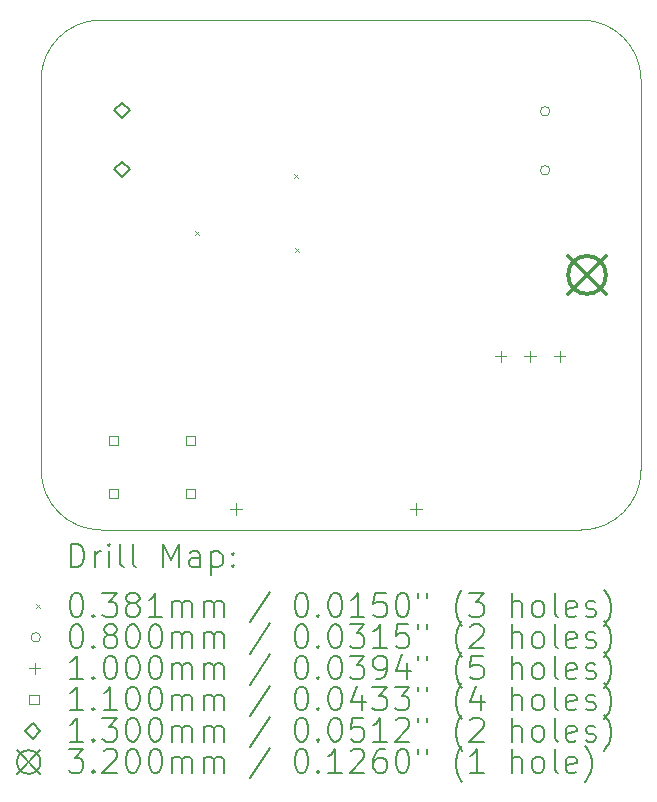
<source format=gbr>
%TF.GenerationSoftware,KiCad,Pcbnew,(6.0.7)*%
%TF.CreationDate,2022-08-07T20:57:22-04:00*%
%TF.ProjectId,2022_generic,32303232-5f67-4656-9e65-7269632e6b69,rev?*%
%TF.SameCoordinates,Original*%
%TF.FileFunction,Drillmap*%
%TF.FilePolarity,Positive*%
%FSLAX45Y45*%
G04 Gerber Fmt 4.5, Leading zero omitted, Abs format (unit mm)*
G04 Created by KiCad (PCBNEW (6.0.7)) date 2022-08-07 20:57:22*
%MOMM*%
%LPD*%
G01*
G04 APERTURE LIST*
%ADD10C,0.100000*%
%ADD11C,0.200000*%
%ADD12C,0.038100*%
%ADD13C,0.080000*%
%ADD14C,0.110000*%
%ADD15C,0.130000*%
%ADD16C,0.320000*%
G04 APERTURE END LIST*
D10*
X18034000Y-13970000D02*
G75*
G03*
X18542000Y-13462000I0J508000D01*
G01*
X18542000Y-10160000D02*
G75*
G03*
X18034000Y-9652000I-508000J0D01*
G01*
X18542000Y-10160000D02*
X18542000Y-13462000D01*
X18034000Y-13970000D02*
X13970000Y-13970000D01*
X13970000Y-9652000D02*
G75*
G03*
X13462000Y-10160000I0J-508000D01*
G01*
X13970000Y-9652000D02*
X18034000Y-9652000D01*
X13462000Y-13462000D02*
X13462000Y-10160000D01*
X13462000Y-13462000D02*
G75*
G03*
X13970000Y-13970000I508000J0D01*
G01*
D11*
D12*
X14763750Y-11436350D02*
X14801850Y-11474450D01*
X14801850Y-11436350D02*
X14763750Y-11474450D01*
X15601950Y-10953750D02*
X15640050Y-10991850D01*
X15640050Y-10953750D02*
X15601950Y-10991850D01*
X15609570Y-11581130D02*
X15647670Y-11619230D01*
X15647670Y-11581130D02*
X15609570Y-11619230D01*
D13*
X17769200Y-10424922D02*
G75*
G03*
X17769200Y-10424922I-40000J0D01*
G01*
X17769200Y-10924922D02*
G75*
G03*
X17769200Y-10924922I-40000J0D01*
G01*
D10*
X15113000Y-13742200D02*
X15113000Y-13842200D01*
X15063000Y-13792200D02*
X15163000Y-13792200D01*
X16637000Y-13742200D02*
X16637000Y-13842200D01*
X16587000Y-13792200D02*
X16687000Y-13792200D01*
X17352200Y-12451400D02*
X17352200Y-12551400D01*
X17302200Y-12501400D02*
X17402200Y-12501400D01*
X17602200Y-12451400D02*
X17602200Y-12551400D01*
X17552200Y-12501400D02*
X17652200Y-12501400D01*
X17852200Y-12451400D02*
X17852200Y-12551400D01*
X17802200Y-12501400D02*
X17902200Y-12501400D01*
D14*
X14115691Y-13250491D02*
X14115691Y-13172709D01*
X14037909Y-13172709D01*
X14037909Y-13250491D01*
X14115691Y-13250491D01*
X14115691Y-13700491D02*
X14115691Y-13622709D01*
X14037909Y-13622709D01*
X14037909Y-13700491D01*
X14115691Y-13700491D01*
X14765691Y-13250491D02*
X14765691Y-13172709D01*
X14687909Y-13172709D01*
X14687909Y-13250491D01*
X14765691Y-13250491D01*
X14765691Y-13700491D02*
X14765691Y-13622709D01*
X14687909Y-13622709D01*
X14687909Y-13700491D01*
X14765691Y-13700491D01*
D15*
X14147000Y-10483000D02*
X14212000Y-10418000D01*
X14147000Y-10353000D01*
X14082000Y-10418000D01*
X14147000Y-10483000D01*
X14147000Y-10983000D02*
X14212000Y-10918000D01*
X14147000Y-10853000D01*
X14082000Y-10918000D01*
X14147000Y-10983000D01*
D16*
X17924800Y-11651000D02*
X18244800Y-11971000D01*
X18244800Y-11651000D02*
X17924800Y-11971000D01*
X18244800Y-11811000D02*
G75*
G03*
X18244800Y-11811000I-160000J0D01*
G01*
D11*
X13714619Y-14285476D02*
X13714619Y-14085476D01*
X13762238Y-14085476D01*
X13790809Y-14095000D01*
X13809857Y-14114048D01*
X13819381Y-14133095D01*
X13828905Y-14171190D01*
X13828905Y-14199762D01*
X13819381Y-14237857D01*
X13809857Y-14256905D01*
X13790809Y-14275952D01*
X13762238Y-14285476D01*
X13714619Y-14285476D01*
X13914619Y-14285476D02*
X13914619Y-14152143D01*
X13914619Y-14190238D02*
X13924143Y-14171190D01*
X13933667Y-14161667D01*
X13952714Y-14152143D01*
X13971762Y-14152143D01*
X14038428Y-14285476D02*
X14038428Y-14152143D01*
X14038428Y-14085476D02*
X14028905Y-14095000D01*
X14038428Y-14104524D01*
X14047952Y-14095000D01*
X14038428Y-14085476D01*
X14038428Y-14104524D01*
X14162238Y-14285476D02*
X14143190Y-14275952D01*
X14133667Y-14256905D01*
X14133667Y-14085476D01*
X14267000Y-14285476D02*
X14247952Y-14275952D01*
X14238428Y-14256905D01*
X14238428Y-14085476D01*
X14495571Y-14285476D02*
X14495571Y-14085476D01*
X14562238Y-14228333D01*
X14628905Y-14085476D01*
X14628905Y-14285476D01*
X14809857Y-14285476D02*
X14809857Y-14180714D01*
X14800333Y-14161667D01*
X14781286Y-14152143D01*
X14743190Y-14152143D01*
X14724143Y-14161667D01*
X14809857Y-14275952D02*
X14790809Y-14285476D01*
X14743190Y-14285476D01*
X14724143Y-14275952D01*
X14714619Y-14256905D01*
X14714619Y-14237857D01*
X14724143Y-14218809D01*
X14743190Y-14209286D01*
X14790809Y-14209286D01*
X14809857Y-14199762D01*
X14905095Y-14152143D02*
X14905095Y-14352143D01*
X14905095Y-14161667D02*
X14924143Y-14152143D01*
X14962238Y-14152143D01*
X14981286Y-14161667D01*
X14990809Y-14171190D01*
X15000333Y-14190238D01*
X15000333Y-14247381D01*
X14990809Y-14266428D01*
X14981286Y-14275952D01*
X14962238Y-14285476D01*
X14924143Y-14285476D01*
X14905095Y-14275952D01*
X15086048Y-14266428D02*
X15095571Y-14275952D01*
X15086048Y-14285476D01*
X15076524Y-14275952D01*
X15086048Y-14266428D01*
X15086048Y-14285476D01*
X15086048Y-14161667D02*
X15095571Y-14171190D01*
X15086048Y-14180714D01*
X15076524Y-14171190D01*
X15086048Y-14161667D01*
X15086048Y-14180714D01*
D12*
X13418900Y-14595950D02*
X13457000Y-14634050D01*
X13457000Y-14595950D02*
X13418900Y-14634050D01*
D11*
X13752714Y-14505476D02*
X13771762Y-14505476D01*
X13790809Y-14515000D01*
X13800333Y-14524524D01*
X13809857Y-14543571D01*
X13819381Y-14581667D01*
X13819381Y-14629286D01*
X13809857Y-14667381D01*
X13800333Y-14686428D01*
X13790809Y-14695952D01*
X13771762Y-14705476D01*
X13752714Y-14705476D01*
X13733667Y-14695952D01*
X13724143Y-14686428D01*
X13714619Y-14667381D01*
X13705095Y-14629286D01*
X13705095Y-14581667D01*
X13714619Y-14543571D01*
X13724143Y-14524524D01*
X13733667Y-14515000D01*
X13752714Y-14505476D01*
X13905095Y-14686428D02*
X13914619Y-14695952D01*
X13905095Y-14705476D01*
X13895571Y-14695952D01*
X13905095Y-14686428D01*
X13905095Y-14705476D01*
X13981286Y-14505476D02*
X14105095Y-14505476D01*
X14038428Y-14581667D01*
X14067000Y-14581667D01*
X14086048Y-14591190D01*
X14095571Y-14600714D01*
X14105095Y-14619762D01*
X14105095Y-14667381D01*
X14095571Y-14686428D01*
X14086048Y-14695952D01*
X14067000Y-14705476D01*
X14009857Y-14705476D01*
X13990809Y-14695952D01*
X13981286Y-14686428D01*
X14219381Y-14591190D02*
X14200333Y-14581667D01*
X14190809Y-14572143D01*
X14181286Y-14553095D01*
X14181286Y-14543571D01*
X14190809Y-14524524D01*
X14200333Y-14515000D01*
X14219381Y-14505476D01*
X14257476Y-14505476D01*
X14276524Y-14515000D01*
X14286048Y-14524524D01*
X14295571Y-14543571D01*
X14295571Y-14553095D01*
X14286048Y-14572143D01*
X14276524Y-14581667D01*
X14257476Y-14591190D01*
X14219381Y-14591190D01*
X14200333Y-14600714D01*
X14190809Y-14610238D01*
X14181286Y-14629286D01*
X14181286Y-14667381D01*
X14190809Y-14686428D01*
X14200333Y-14695952D01*
X14219381Y-14705476D01*
X14257476Y-14705476D01*
X14276524Y-14695952D01*
X14286048Y-14686428D01*
X14295571Y-14667381D01*
X14295571Y-14629286D01*
X14286048Y-14610238D01*
X14276524Y-14600714D01*
X14257476Y-14591190D01*
X14486048Y-14705476D02*
X14371762Y-14705476D01*
X14428905Y-14705476D02*
X14428905Y-14505476D01*
X14409857Y-14534048D01*
X14390809Y-14553095D01*
X14371762Y-14562619D01*
X14571762Y-14705476D02*
X14571762Y-14572143D01*
X14571762Y-14591190D02*
X14581286Y-14581667D01*
X14600333Y-14572143D01*
X14628905Y-14572143D01*
X14647952Y-14581667D01*
X14657476Y-14600714D01*
X14657476Y-14705476D01*
X14657476Y-14600714D02*
X14667000Y-14581667D01*
X14686048Y-14572143D01*
X14714619Y-14572143D01*
X14733667Y-14581667D01*
X14743190Y-14600714D01*
X14743190Y-14705476D01*
X14838428Y-14705476D02*
X14838428Y-14572143D01*
X14838428Y-14591190D02*
X14847952Y-14581667D01*
X14867000Y-14572143D01*
X14895571Y-14572143D01*
X14914619Y-14581667D01*
X14924143Y-14600714D01*
X14924143Y-14705476D01*
X14924143Y-14600714D02*
X14933667Y-14581667D01*
X14952714Y-14572143D01*
X14981286Y-14572143D01*
X15000333Y-14581667D01*
X15009857Y-14600714D01*
X15009857Y-14705476D01*
X15400333Y-14495952D02*
X15228905Y-14753095D01*
X15657476Y-14505476D02*
X15676524Y-14505476D01*
X15695571Y-14515000D01*
X15705095Y-14524524D01*
X15714619Y-14543571D01*
X15724143Y-14581667D01*
X15724143Y-14629286D01*
X15714619Y-14667381D01*
X15705095Y-14686428D01*
X15695571Y-14695952D01*
X15676524Y-14705476D01*
X15657476Y-14705476D01*
X15638428Y-14695952D01*
X15628905Y-14686428D01*
X15619381Y-14667381D01*
X15609857Y-14629286D01*
X15609857Y-14581667D01*
X15619381Y-14543571D01*
X15628905Y-14524524D01*
X15638428Y-14515000D01*
X15657476Y-14505476D01*
X15809857Y-14686428D02*
X15819381Y-14695952D01*
X15809857Y-14705476D01*
X15800333Y-14695952D01*
X15809857Y-14686428D01*
X15809857Y-14705476D01*
X15943190Y-14505476D02*
X15962238Y-14505476D01*
X15981286Y-14515000D01*
X15990809Y-14524524D01*
X16000333Y-14543571D01*
X16009857Y-14581667D01*
X16009857Y-14629286D01*
X16000333Y-14667381D01*
X15990809Y-14686428D01*
X15981286Y-14695952D01*
X15962238Y-14705476D01*
X15943190Y-14705476D01*
X15924143Y-14695952D01*
X15914619Y-14686428D01*
X15905095Y-14667381D01*
X15895571Y-14629286D01*
X15895571Y-14581667D01*
X15905095Y-14543571D01*
X15914619Y-14524524D01*
X15924143Y-14515000D01*
X15943190Y-14505476D01*
X16200333Y-14705476D02*
X16086048Y-14705476D01*
X16143190Y-14705476D02*
X16143190Y-14505476D01*
X16124143Y-14534048D01*
X16105095Y-14553095D01*
X16086048Y-14562619D01*
X16381286Y-14505476D02*
X16286048Y-14505476D01*
X16276524Y-14600714D01*
X16286048Y-14591190D01*
X16305095Y-14581667D01*
X16352714Y-14581667D01*
X16371762Y-14591190D01*
X16381286Y-14600714D01*
X16390809Y-14619762D01*
X16390809Y-14667381D01*
X16381286Y-14686428D01*
X16371762Y-14695952D01*
X16352714Y-14705476D01*
X16305095Y-14705476D01*
X16286048Y-14695952D01*
X16276524Y-14686428D01*
X16514619Y-14505476D02*
X16533667Y-14505476D01*
X16552714Y-14515000D01*
X16562238Y-14524524D01*
X16571762Y-14543571D01*
X16581286Y-14581667D01*
X16581286Y-14629286D01*
X16571762Y-14667381D01*
X16562238Y-14686428D01*
X16552714Y-14695952D01*
X16533667Y-14705476D01*
X16514619Y-14705476D01*
X16495571Y-14695952D01*
X16486048Y-14686428D01*
X16476524Y-14667381D01*
X16467000Y-14629286D01*
X16467000Y-14581667D01*
X16476524Y-14543571D01*
X16486048Y-14524524D01*
X16495571Y-14515000D01*
X16514619Y-14505476D01*
X16657476Y-14505476D02*
X16657476Y-14543571D01*
X16733667Y-14505476D02*
X16733667Y-14543571D01*
X17028905Y-14781667D02*
X17019381Y-14772143D01*
X17000333Y-14743571D01*
X16990810Y-14724524D01*
X16981286Y-14695952D01*
X16971762Y-14648333D01*
X16971762Y-14610238D01*
X16981286Y-14562619D01*
X16990810Y-14534048D01*
X17000333Y-14515000D01*
X17019381Y-14486428D01*
X17028905Y-14476905D01*
X17086048Y-14505476D02*
X17209857Y-14505476D01*
X17143190Y-14581667D01*
X17171762Y-14581667D01*
X17190810Y-14591190D01*
X17200333Y-14600714D01*
X17209857Y-14619762D01*
X17209857Y-14667381D01*
X17200333Y-14686428D01*
X17190810Y-14695952D01*
X17171762Y-14705476D01*
X17114619Y-14705476D01*
X17095571Y-14695952D01*
X17086048Y-14686428D01*
X17447952Y-14705476D02*
X17447952Y-14505476D01*
X17533667Y-14705476D02*
X17533667Y-14600714D01*
X17524143Y-14581667D01*
X17505095Y-14572143D01*
X17476524Y-14572143D01*
X17457476Y-14581667D01*
X17447952Y-14591190D01*
X17657476Y-14705476D02*
X17638429Y-14695952D01*
X17628905Y-14686428D01*
X17619381Y-14667381D01*
X17619381Y-14610238D01*
X17628905Y-14591190D01*
X17638429Y-14581667D01*
X17657476Y-14572143D01*
X17686048Y-14572143D01*
X17705095Y-14581667D01*
X17714619Y-14591190D01*
X17724143Y-14610238D01*
X17724143Y-14667381D01*
X17714619Y-14686428D01*
X17705095Y-14695952D01*
X17686048Y-14705476D01*
X17657476Y-14705476D01*
X17838429Y-14705476D02*
X17819381Y-14695952D01*
X17809857Y-14676905D01*
X17809857Y-14505476D01*
X17990810Y-14695952D02*
X17971762Y-14705476D01*
X17933667Y-14705476D01*
X17914619Y-14695952D01*
X17905095Y-14676905D01*
X17905095Y-14600714D01*
X17914619Y-14581667D01*
X17933667Y-14572143D01*
X17971762Y-14572143D01*
X17990810Y-14581667D01*
X18000333Y-14600714D01*
X18000333Y-14619762D01*
X17905095Y-14638809D01*
X18076524Y-14695952D02*
X18095571Y-14705476D01*
X18133667Y-14705476D01*
X18152714Y-14695952D01*
X18162238Y-14676905D01*
X18162238Y-14667381D01*
X18152714Y-14648333D01*
X18133667Y-14638809D01*
X18105095Y-14638809D01*
X18086048Y-14629286D01*
X18076524Y-14610238D01*
X18076524Y-14600714D01*
X18086048Y-14581667D01*
X18105095Y-14572143D01*
X18133667Y-14572143D01*
X18152714Y-14581667D01*
X18228905Y-14781667D02*
X18238429Y-14772143D01*
X18257476Y-14743571D01*
X18267000Y-14724524D01*
X18276524Y-14695952D01*
X18286048Y-14648333D01*
X18286048Y-14610238D01*
X18276524Y-14562619D01*
X18267000Y-14534048D01*
X18257476Y-14515000D01*
X18238429Y-14486428D01*
X18228905Y-14476905D01*
D13*
X13457000Y-14879000D02*
G75*
G03*
X13457000Y-14879000I-40000J0D01*
G01*
D11*
X13752714Y-14769476D02*
X13771762Y-14769476D01*
X13790809Y-14779000D01*
X13800333Y-14788524D01*
X13809857Y-14807571D01*
X13819381Y-14845667D01*
X13819381Y-14893286D01*
X13809857Y-14931381D01*
X13800333Y-14950428D01*
X13790809Y-14959952D01*
X13771762Y-14969476D01*
X13752714Y-14969476D01*
X13733667Y-14959952D01*
X13724143Y-14950428D01*
X13714619Y-14931381D01*
X13705095Y-14893286D01*
X13705095Y-14845667D01*
X13714619Y-14807571D01*
X13724143Y-14788524D01*
X13733667Y-14779000D01*
X13752714Y-14769476D01*
X13905095Y-14950428D02*
X13914619Y-14959952D01*
X13905095Y-14969476D01*
X13895571Y-14959952D01*
X13905095Y-14950428D01*
X13905095Y-14969476D01*
X14028905Y-14855190D02*
X14009857Y-14845667D01*
X14000333Y-14836143D01*
X13990809Y-14817095D01*
X13990809Y-14807571D01*
X14000333Y-14788524D01*
X14009857Y-14779000D01*
X14028905Y-14769476D01*
X14067000Y-14769476D01*
X14086048Y-14779000D01*
X14095571Y-14788524D01*
X14105095Y-14807571D01*
X14105095Y-14817095D01*
X14095571Y-14836143D01*
X14086048Y-14845667D01*
X14067000Y-14855190D01*
X14028905Y-14855190D01*
X14009857Y-14864714D01*
X14000333Y-14874238D01*
X13990809Y-14893286D01*
X13990809Y-14931381D01*
X14000333Y-14950428D01*
X14009857Y-14959952D01*
X14028905Y-14969476D01*
X14067000Y-14969476D01*
X14086048Y-14959952D01*
X14095571Y-14950428D01*
X14105095Y-14931381D01*
X14105095Y-14893286D01*
X14095571Y-14874238D01*
X14086048Y-14864714D01*
X14067000Y-14855190D01*
X14228905Y-14769476D02*
X14247952Y-14769476D01*
X14267000Y-14779000D01*
X14276524Y-14788524D01*
X14286048Y-14807571D01*
X14295571Y-14845667D01*
X14295571Y-14893286D01*
X14286048Y-14931381D01*
X14276524Y-14950428D01*
X14267000Y-14959952D01*
X14247952Y-14969476D01*
X14228905Y-14969476D01*
X14209857Y-14959952D01*
X14200333Y-14950428D01*
X14190809Y-14931381D01*
X14181286Y-14893286D01*
X14181286Y-14845667D01*
X14190809Y-14807571D01*
X14200333Y-14788524D01*
X14209857Y-14779000D01*
X14228905Y-14769476D01*
X14419381Y-14769476D02*
X14438428Y-14769476D01*
X14457476Y-14779000D01*
X14467000Y-14788524D01*
X14476524Y-14807571D01*
X14486048Y-14845667D01*
X14486048Y-14893286D01*
X14476524Y-14931381D01*
X14467000Y-14950428D01*
X14457476Y-14959952D01*
X14438428Y-14969476D01*
X14419381Y-14969476D01*
X14400333Y-14959952D01*
X14390809Y-14950428D01*
X14381286Y-14931381D01*
X14371762Y-14893286D01*
X14371762Y-14845667D01*
X14381286Y-14807571D01*
X14390809Y-14788524D01*
X14400333Y-14779000D01*
X14419381Y-14769476D01*
X14571762Y-14969476D02*
X14571762Y-14836143D01*
X14571762Y-14855190D02*
X14581286Y-14845667D01*
X14600333Y-14836143D01*
X14628905Y-14836143D01*
X14647952Y-14845667D01*
X14657476Y-14864714D01*
X14657476Y-14969476D01*
X14657476Y-14864714D02*
X14667000Y-14845667D01*
X14686048Y-14836143D01*
X14714619Y-14836143D01*
X14733667Y-14845667D01*
X14743190Y-14864714D01*
X14743190Y-14969476D01*
X14838428Y-14969476D02*
X14838428Y-14836143D01*
X14838428Y-14855190D02*
X14847952Y-14845667D01*
X14867000Y-14836143D01*
X14895571Y-14836143D01*
X14914619Y-14845667D01*
X14924143Y-14864714D01*
X14924143Y-14969476D01*
X14924143Y-14864714D02*
X14933667Y-14845667D01*
X14952714Y-14836143D01*
X14981286Y-14836143D01*
X15000333Y-14845667D01*
X15009857Y-14864714D01*
X15009857Y-14969476D01*
X15400333Y-14759952D02*
X15228905Y-15017095D01*
X15657476Y-14769476D02*
X15676524Y-14769476D01*
X15695571Y-14779000D01*
X15705095Y-14788524D01*
X15714619Y-14807571D01*
X15724143Y-14845667D01*
X15724143Y-14893286D01*
X15714619Y-14931381D01*
X15705095Y-14950428D01*
X15695571Y-14959952D01*
X15676524Y-14969476D01*
X15657476Y-14969476D01*
X15638428Y-14959952D01*
X15628905Y-14950428D01*
X15619381Y-14931381D01*
X15609857Y-14893286D01*
X15609857Y-14845667D01*
X15619381Y-14807571D01*
X15628905Y-14788524D01*
X15638428Y-14779000D01*
X15657476Y-14769476D01*
X15809857Y-14950428D02*
X15819381Y-14959952D01*
X15809857Y-14969476D01*
X15800333Y-14959952D01*
X15809857Y-14950428D01*
X15809857Y-14969476D01*
X15943190Y-14769476D02*
X15962238Y-14769476D01*
X15981286Y-14779000D01*
X15990809Y-14788524D01*
X16000333Y-14807571D01*
X16009857Y-14845667D01*
X16009857Y-14893286D01*
X16000333Y-14931381D01*
X15990809Y-14950428D01*
X15981286Y-14959952D01*
X15962238Y-14969476D01*
X15943190Y-14969476D01*
X15924143Y-14959952D01*
X15914619Y-14950428D01*
X15905095Y-14931381D01*
X15895571Y-14893286D01*
X15895571Y-14845667D01*
X15905095Y-14807571D01*
X15914619Y-14788524D01*
X15924143Y-14779000D01*
X15943190Y-14769476D01*
X16076524Y-14769476D02*
X16200333Y-14769476D01*
X16133667Y-14845667D01*
X16162238Y-14845667D01*
X16181286Y-14855190D01*
X16190809Y-14864714D01*
X16200333Y-14883762D01*
X16200333Y-14931381D01*
X16190809Y-14950428D01*
X16181286Y-14959952D01*
X16162238Y-14969476D01*
X16105095Y-14969476D01*
X16086048Y-14959952D01*
X16076524Y-14950428D01*
X16390809Y-14969476D02*
X16276524Y-14969476D01*
X16333667Y-14969476D02*
X16333667Y-14769476D01*
X16314619Y-14798048D01*
X16295571Y-14817095D01*
X16276524Y-14826619D01*
X16571762Y-14769476D02*
X16476524Y-14769476D01*
X16467000Y-14864714D01*
X16476524Y-14855190D01*
X16495571Y-14845667D01*
X16543190Y-14845667D01*
X16562238Y-14855190D01*
X16571762Y-14864714D01*
X16581286Y-14883762D01*
X16581286Y-14931381D01*
X16571762Y-14950428D01*
X16562238Y-14959952D01*
X16543190Y-14969476D01*
X16495571Y-14969476D01*
X16476524Y-14959952D01*
X16467000Y-14950428D01*
X16657476Y-14769476D02*
X16657476Y-14807571D01*
X16733667Y-14769476D02*
X16733667Y-14807571D01*
X17028905Y-15045667D02*
X17019381Y-15036143D01*
X17000333Y-15007571D01*
X16990810Y-14988524D01*
X16981286Y-14959952D01*
X16971762Y-14912333D01*
X16971762Y-14874238D01*
X16981286Y-14826619D01*
X16990810Y-14798048D01*
X17000333Y-14779000D01*
X17019381Y-14750428D01*
X17028905Y-14740905D01*
X17095571Y-14788524D02*
X17105095Y-14779000D01*
X17124143Y-14769476D01*
X17171762Y-14769476D01*
X17190810Y-14779000D01*
X17200333Y-14788524D01*
X17209857Y-14807571D01*
X17209857Y-14826619D01*
X17200333Y-14855190D01*
X17086048Y-14969476D01*
X17209857Y-14969476D01*
X17447952Y-14969476D02*
X17447952Y-14769476D01*
X17533667Y-14969476D02*
X17533667Y-14864714D01*
X17524143Y-14845667D01*
X17505095Y-14836143D01*
X17476524Y-14836143D01*
X17457476Y-14845667D01*
X17447952Y-14855190D01*
X17657476Y-14969476D02*
X17638429Y-14959952D01*
X17628905Y-14950428D01*
X17619381Y-14931381D01*
X17619381Y-14874238D01*
X17628905Y-14855190D01*
X17638429Y-14845667D01*
X17657476Y-14836143D01*
X17686048Y-14836143D01*
X17705095Y-14845667D01*
X17714619Y-14855190D01*
X17724143Y-14874238D01*
X17724143Y-14931381D01*
X17714619Y-14950428D01*
X17705095Y-14959952D01*
X17686048Y-14969476D01*
X17657476Y-14969476D01*
X17838429Y-14969476D02*
X17819381Y-14959952D01*
X17809857Y-14940905D01*
X17809857Y-14769476D01*
X17990810Y-14959952D02*
X17971762Y-14969476D01*
X17933667Y-14969476D01*
X17914619Y-14959952D01*
X17905095Y-14940905D01*
X17905095Y-14864714D01*
X17914619Y-14845667D01*
X17933667Y-14836143D01*
X17971762Y-14836143D01*
X17990810Y-14845667D01*
X18000333Y-14864714D01*
X18000333Y-14883762D01*
X17905095Y-14902809D01*
X18076524Y-14959952D02*
X18095571Y-14969476D01*
X18133667Y-14969476D01*
X18152714Y-14959952D01*
X18162238Y-14940905D01*
X18162238Y-14931381D01*
X18152714Y-14912333D01*
X18133667Y-14902809D01*
X18105095Y-14902809D01*
X18086048Y-14893286D01*
X18076524Y-14874238D01*
X18076524Y-14864714D01*
X18086048Y-14845667D01*
X18105095Y-14836143D01*
X18133667Y-14836143D01*
X18152714Y-14845667D01*
X18228905Y-15045667D02*
X18238429Y-15036143D01*
X18257476Y-15007571D01*
X18267000Y-14988524D01*
X18276524Y-14959952D01*
X18286048Y-14912333D01*
X18286048Y-14874238D01*
X18276524Y-14826619D01*
X18267000Y-14798048D01*
X18257476Y-14779000D01*
X18238429Y-14750428D01*
X18228905Y-14740905D01*
D10*
X13407000Y-15093000D02*
X13407000Y-15193000D01*
X13357000Y-15143000D02*
X13457000Y-15143000D01*
D11*
X13819381Y-15233476D02*
X13705095Y-15233476D01*
X13762238Y-15233476D02*
X13762238Y-15033476D01*
X13743190Y-15062048D01*
X13724143Y-15081095D01*
X13705095Y-15090619D01*
X13905095Y-15214428D02*
X13914619Y-15223952D01*
X13905095Y-15233476D01*
X13895571Y-15223952D01*
X13905095Y-15214428D01*
X13905095Y-15233476D01*
X14038428Y-15033476D02*
X14057476Y-15033476D01*
X14076524Y-15043000D01*
X14086048Y-15052524D01*
X14095571Y-15071571D01*
X14105095Y-15109667D01*
X14105095Y-15157286D01*
X14095571Y-15195381D01*
X14086048Y-15214428D01*
X14076524Y-15223952D01*
X14057476Y-15233476D01*
X14038428Y-15233476D01*
X14019381Y-15223952D01*
X14009857Y-15214428D01*
X14000333Y-15195381D01*
X13990809Y-15157286D01*
X13990809Y-15109667D01*
X14000333Y-15071571D01*
X14009857Y-15052524D01*
X14019381Y-15043000D01*
X14038428Y-15033476D01*
X14228905Y-15033476D02*
X14247952Y-15033476D01*
X14267000Y-15043000D01*
X14276524Y-15052524D01*
X14286048Y-15071571D01*
X14295571Y-15109667D01*
X14295571Y-15157286D01*
X14286048Y-15195381D01*
X14276524Y-15214428D01*
X14267000Y-15223952D01*
X14247952Y-15233476D01*
X14228905Y-15233476D01*
X14209857Y-15223952D01*
X14200333Y-15214428D01*
X14190809Y-15195381D01*
X14181286Y-15157286D01*
X14181286Y-15109667D01*
X14190809Y-15071571D01*
X14200333Y-15052524D01*
X14209857Y-15043000D01*
X14228905Y-15033476D01*
X14419381Y-15033476D02*
X14438428Y-15033476D01*
X14457476Y-15043000D01*
X14467000Y-15052524D01*
X14476524Y-15071571D01*
X14486048Y-15109667D01*
X14486048Y-15157286D01*
X14476524Y-15195381D01*
X14467000Y-15214428D01*
X14457476Y-15223952D01*
X14438428Y-15233476D01*
X14419381Y-15233476D01*
X14400333Y-15223952D01*
X14390809Y-15214428D01*
X14381286Y-15195381D01*
X14371762Y-15157286D01*
X14371762Y-15109667D01*
X14381286Y-15071571D01*
X14390809Y-15052524D01*
X14400333Y-15043000D01*
X14419381Y-15033476D01*
X14571762Y-15233476D02*
X14571762Y-15100143D01*
X14571762Y-15119190D02*
X14581286Y-15109667D01*
X14600333Y-15100143D01*
X14628905Y-15100143D01*
X14647952Y-15109667D01*
X14657476Y-15128714D01*
X14657476Y-15233476D01*
X14657476Y-15128714D02*
X14667000Y-15109667D01*
X14686048Y-15100143D01*
X14714619Y-15100143D01*
X14733667Y-15109667D01*
X14743190Y-15128714D01*
X14743190Y-15233476D01*
X14838428Y-15233476D02*
X14838428Y-15100143D01*
X14838428Y-15119190D02*
X14847952Y-15109667D01*
X14867000Y-15100143D01*
X14895571Y-15100143D01*
X14914619Y-15109667D01*
X14924143Y-15128714D01*
X14924143Y-15233476D01*
X14924143Y-15128714D02*
X14933667Y-15109667D01*
X14952714Y-15100143D01*
X14981286Y-15100143D01*
X15000333Y-15109667D01*
X15009857Y-15128714D01*
X15009857Y-15233476D01*
X15400333Y-15023952D02*
X15228905Y-15281095D01*
X15657476Y-15033476D02*
X15676524Y-15033476D01*
X15695571Y-15043000D01*
X15705095Y-15052524D01*
X15714619Y-15071571D01*
X15724143Y-15109667D01*
X15724143Y-15157286D01*
X15714619Y-15195381D01*
X15705095Y-15214428D01*
X15695571Y-15223952D01*
X15676524Y-15233476D01*
X15657476Y-15233476D01*
X15638428Y-15223952D01*
X15628905Y-15214428D01*
X15619381Y-15195381D01*
X15609857Y-15157286D01*
X15609857Y-15109667D01*
X15619381Y-15071571D01*
X15628905Y-15052524D01*
X15638428Y-15043000D01*
X15657476Y-15033476D01*
X15809857Y-15214428D02*
X15819381Y-15223952D01*
X15809857Y-15233476D01*
X15800333Y-15223952D01*
X15809857Y-15214428D01*
X15809857Y-15233476D01*
X15943190Y-15033476D02*
X15962238Y-15033476D01*
X15981286Y-15043000D01*
X15990809Y-15052524D01*
X16000333Y-15071571D01*
X16009857Y-15109667D01*
X16009857Y-15157286D01*
X16000333Y-15195381D01*
X15990809Y-15214428D01*
X15981286Y-15223952D01*
X15962238Y-15233476D01*
X15943190Y-15233476D01*
X15924143Y-15223952D01*
X15914619Y-15214428D01*
X15905095Y-15195381D01*
X15895571Y-15157286D01*
X15895571Y-15109667D01*
X15905095Y-15071571D01*
X15914619Y-15052524D01*
X15924143Y-15043000D01*
X15943190Y-15033476D01*
X16076524Y-15033476D02*
X16200333Y-15033476D01*
X16133667Y-15109667D01*
X16162238Y-15109667D01*
X16181286Y-15119190D01*
X16190809Y-15128714D01*
X16200333Y-15147762D01*
X16200333Y-15195381D01*
X16190809Y-15214428D01*
X16181286Y-15223952D01*
X16162238Y-15233476D01*
X16105095Y-15233476D01*
X16086048Y-15223952D01*
X16076524Y-15214428D01*
X16295571Y-15233476D02*
X16333667Y-15233476D01*
X16352714Y-15223952D01*
X16362238Y-15214428D01*
X16381286Y-15185857D01*
X16390809Y-15147762D01*
X16390809Y-15071571D01*
X16381286Y-15052524D01*
X16371762Y-15043000D01*
X16352714Y-15033476D01*
X16314619Y-15033476D01*
X16295571Y-15043000D01*
X16286048Y-15052524D01*
X16276524Y-15071571D01*
X16276524Y-15119190D01*
X16286048Y-15138238D01*
X16295571Y-15147762D01*
X16314619Y-15157286D01*
X16352714Y-15157286D01*
X16371762Y-15147762D01*
X16381286Y-15138238D01*
X16390809Y-15119190D01*
X16562238Y-15100143D02*
X16562238Y-15233476D01*
X16514619Y-15023952D02*
X16467000Y-15166809D01*
X16590809Y-15166809D01*
X16657476Y-15033476D02*
X16657476Y-15071571D01*
X16733667Y-15033476D02*
X16733667Y-15071571D01*
X17028905Y-15309667D02*
X17019381Y-15300143D01*
X17000333Y-15271571D01*
X16990810Y-15252524D01*
X16981286Y-15223952D01*
X16971762Y-15176333D01*
X16971762Y-15138238D01*
X16981286Y-15090619D01*
X16990810Y-15062048D01*
X17000333Y-15043000D01*
X17019381Y-15014428D01*
X17028905Y-15004905D01*
X17200333Y-15033476D02*
X17105095Y-15033476D01*
X17095571Y-15128714D01*
X17105095Y-15119190D01*
X17124143Y-15109667D01*
X17171762Y-15109667D01*
X17190810Y-15119190D01*
X17200333Y-15128714D01*
X17209857Y-15147762D01*
X17209857Y-15195381D01*
X17200333Y-15214428D01*
X17190810Y-15223952D01*
X17171762Y-15233476D01*
X17124143Y-15233476D01*
X17105095Y-15223952D01*
X17095571Y-15214428D01*
X17447952Y-15233476D02*
X17447952Y-15033476D01*
X17533667Y-15233476D02*
X17533667Y-15128714D01*
X17524143Y-15109667D01*
X17505095Y-15100143D01*
X17476524Y-15100143D01*
X17457476Y-15109667D01*
X17447952Y-15119190D01*
X17657476Y-15233476D02*
X17638429Y-15223952D01*
X17628905Y-15214428D01*
X17619381Y-15195381D01*
X17619381Y-15138238D01*
X17628905Y-15119190D01*
X17638429Y-15109667D01*
X17657476Y-15100143D01*
X17686048Y-15100143D01*
X17705095Y-15109667D01*
X17714619Y-15119190D01*
X17724143Y-15138238D01*
X17724143Y-15195381D01*
X17714619Y-15214428D01*
X17705095Y-15223952D01*
X17686048Y-15233476D01*
X17657476Y-15233476D01*
X17838429Y-15233476D02*
X17819381Y-15223952D01*
X17809857Y-15204905D01*
X17809857Y-15033476D01*
X17990810Y-15223952D02*
X17971762Y-15233476D01*
X17933667Y-15233476D01*
X17914619Y-15223952D01*
X17905095Y-15204905D01*
X17905095Y-15128714D01*
X17914619Y-15109667D01*
X17933667Y-15100143D01*
X17971762Y-15100143D01*
X17990810Y-15109667D01*
X18000333Y-15128714D01*
X18000333Y-15147762D01*
X17905095Y-15166809D01*
X18076524Y-15223952D02*
X18095571Y-15233476D01*
X18133667Y-15233476D01*
X18152714Y-15223952D01*
X18162238Y-15204905D01*
X18162238Y-15195381D01*
X18152714Y-15176333D01*
X18133667Y-15166809D01*
X18105095Y-15166809D01*
X18086048Y-15157286D01*
X18076524Y-15138238D01*
X18076524Y-15128714D01*
X18086048Y-15109667D01*
X18105095Y-15100143D01*
X18133667Y-15100143D01*
X18152714Y-15109667D01*
X18228905Y-15309667D02*
X18238429Y-15300143D01*
X18257476Y-15271571D01*
X18267000Y-15252524D01*
X18276524Y-15223952D01*
X18286048Y-15176333D01*
X18286048Y-15138238D01*
X18276524Y-15090619D01*
X18267000Y-15062048D01*
X18257476Y-15043000D01*
X18238429Y-15014428D01*
X18228905Y-15004905D01*
D14*
X13440891Y-15445891D02*
X13440891Y-15368109D01*
X13363109Y-15368109D01*
X13363109Y-15445891D01*
X13440891Y-15445891D01*
D11*
X13819381Y-15497476D02*
X13705095Y-15497476D01*
X13762238Y-15497476D02*
X13762238Y-15297476D01*
X13743190Y-15326048D01*
X13724143Y-15345095D01*
X13705095Y-15354619D01*
X13905095Y-15478428D02*
X13914619Y-15487952D01*
X13905095Y-15497476D01*
X13895571Y-15487952D01*
X13905095Y-15478428D01*
X13905095Y-15497476D01*
X14105095Y-15497476D02*
X13990809Y-15497476D01*
X14047952Y-15497476D02*
X14047952Y-15297476D01*
X14028905Y-15326048D01*
X14009857Y-15345095D01*
X13990809Y-15354619D01*
X14228905Y-15297476D02*
X14247952Y-15297476D01*
X14267000Y-15307000D01*
X14276524Y-15316524D01*
X14286048Y-15335571D01*
X14295571Y-15373667D01*
X14295571Y-15421286D01*
X14286048Y-15459381D01*
X14276524Y-15478428D01*
X14267000Y-15487952D01*
X14247952Y-15497476D01*
X14228905Y-15497476D01*
X14209857Y-15487952D01*
X14200333Y-15478428D01*
X14190809Y-15459381D01*
X14181286Y-15421286D01*
X14181286Y-15373667D01*
X14190809Y-15335571D01*
X14200333Y-15316524D01*
X14209857Y-15307000D01*
X14228905Y-15297476D01*
X14419381Y-15297476D02*
X14438428Y-15297476D01*
X14457476Y-15307000D01*
X14467000Y-15316524D01*
X14476524Y-15335571D01*
X14486048Y-15373667D01*
X14486048Y-15421286D01*
X14476524Y-15459381D01*
X14467000Y-15478428D01*
X14457476Y-15487952D01*
X14438428Y-15497476D01*
X14419381Y-15497476D01*
X14400333Y-15487952D01*
X14390809Y-15478428D01*
X14381286Y-15459381D01*
X14371762Y-15421286D01*
X14371762Y-15373667D01*
X14381286Y-15335571D01*
X14390809Y-15316524D01*
X14400333Y-15307000D01*
X14419381Y-15297476D01*
X14571762Y-15497476D02*
X14571762Y-15364143D01*
X14571762Y-15383190D02*
X14581286Y-15373667D01*
X14600333Y-15364143D01*
X14628905Y-15364143D01*
X14647952Y-15373667D01*
X14657476Y-15392714D01*
X14657476Y-15497476D01*
X14657476Y-15392714D02*
X14667000Y-15373667D01*
X14686048Y-15364143D01*
X14714619Y-15364143D01*
X14733667Y-15373667D01*
X14743190Y-15392714D01*
X14743190Y-15497476D01*
X14838428Y-15497476D02*
X14838428Y-15364143D01*
X14838428Y-15383190D02*
X14847952Y-15373667D01*
X14867000Y-15364143D01*
X14895571Y-15364143D01*
X14914619Y-15373667D01*
X14924143Y-15392714D01*
X14924143Y-15497476D01*
X14924143Y-15392714D02*
X14933667Y-15373667D01*
X14952714Y-15364143D01*
X14981286Y-15364143D01*
X15000333Y-15373667D01*
X15009857Y-15392714D01*
X15009857Y-15497476D01*
X15400333Y-15287952D02*
X15228905Y-15545095D01*
X15657476Y-15297476D02*
X15676524Y-15297476D01*
X15695571Y-15307000D01*
X15705095Y-15316524D01*
X15714619Y-15335571D01*
X15724143Y-15373667D01*
X15724143Y-15421286D01*
X15714619Y-15459381D01*
X15705095Y-15478428D01*
X15695571Y-15487952D01*
X15676524Y-15497476D01*
X15657476Y-15497476D01*
X15638428Y-15487952D01*
X15628905Y-15478428D01*
X15619381Y-15459381D01*
X15609857Y-15421286D01*
X15609857Y-15373667D01*
X15619381Y-15335571D01*
X15628905Y-15316524D01*
X15638428Y-15307000D01*
X15657476Y-15297476D01*
X15809857Y-15478428D02*
X15819381Y-15487952D01*
X15809857Y-15497476D01*
X15800333Y-15487952D01*
X15809857Y-15478428D01*
X15809857Y-15497476D01*
X15943190Y-15297476D02*
X15962238Y-15297476D01*
X15981286Y-15307000D01*
X15990809Y-15316524D01*
X16000333Y-15335571D01*
X16009857Y-15373667D01*
X16009857Y-15421286D01*
X16000333Y-15459381D01*
X15990809Y-15478428D01*
X15981286Y-15487952D01*
X15962238Y-15497476D01*
X15943190Y-15497476D01*
X15924143Y-15487952D01*
X15914619Y-15478428D01*
X15905095Y-15459381D01*
X15895571Y-15421286D01*
X15895571Y-15373667D01*
X15905095Y-15335571D01*
X15914619Y-15316524D01*
X15924143Y-15307000D01*
X15943190Y-15297476D01*
X16181286Y-15364143D02*
X16181286Y-15497476D01*
X16133667Y-15287952D02*
X16086048Y-15430809D01*
X16209857Y-15430809D01*
X16267000Y-15297476D02*
X16390809Y-15297476D01*
X16324143Y-15373667D01*
X16352714Y-15373667D01*
X16371762Y-15383190D01*
X16381286Y-15392714D01*
X16390809Y-15411762D01*
X16390809Y-15459381D01*
X16381286Y-15478428D01*
X16371762Y-15487952D01*
X16352714Y-15497476D01*
X16295571Y-15497476D01*
X16276524Y-15487952D01*
X16267000Y-15478428D01*
X16457476Y-15297476D02*
X16581286Y-15297476D01*
X16514619Y-15373667D01*
X16543190Y-15373667D01*
X16562238Y-15383190D01*
X16571762Y-15392714D01*
X16581286Y-15411762D01*
X16581286Y-15459381D01*
X16571762Y-15478428D01*
X16562238Y-15487952D01*
X16543190Y-15497476D01*
X16486048Y-15497476D01*
X16467000Y-15487952D01*
X16457476Y-15478428D01*
X16657476Y-15297476D02*
X16657476Y-15335571D01*
X16733667Y-15297476D02*
X16733667Y-15335571D01*
X17028905Y-15573667D02*
X17019381Y-15564143D01*
X17000333Y-15535571D01*
X16990810Y-15516524D01*
X16981286Y-15487952D01*
X16971762Y-15440333D01*
X16971762Y-15402238D01*
X16981286Y-15354619D01*
X16990810Y-15326048D01*
X17000333Y-15307000D01*
X17019381Y-15278428D01*
X17028905Y-15268905D01*
X17190810Y-15364143D02*
X17190810Y-15497476D01*
X17143190Y-15287952D02*
X17095571Y-15430809D01*
X17219381Y-15430809D01*
X17447952Y-15497476D02*
X17447952Y-15297476D01*
X17533667Y-15497476D02*
X17533667Y-15392714D01*
X17524143Y-15373667D01*
X17505095Y-15364143D01*
X17476524Y-15364143D01*
X17457476Y-15373667D01*
X17447952Y-15383190D01*
X17657476Y-15497476D02*
X17638429Y-15487952D01*
X17628905Y-15478428D01*
X17619381Y-15459381D01*
X17619381Y-15402238D01*
X17628905Y-15383190D01*
X17638429Y-15373667D01*
X17657476Y-15364143D01*
X17686048Y-15364143D01*
X17705095Y-15373667D01*
X17714619Y-15383190D01*
X17724143Y-15402238D01*
X17724143Y-15459381D01*
X17714619Y-15478428D01*
X17705095Y-15487952D01*
X17686048Y-15497476D01*
X17657476Y-15497476D01*
X17838429Y-15497476D02*
X17819381Y-15487952D01*
X17809857Y-15468905D01*
X17809857Y-15297476D01*
X17990810Y-15487952D02*
X17971762Y-15497476D01*
X17933667Y-15497476D01*
X17914619Y-15487952D01*
X17905095Y-15468905D01*
X17905095Y-15392714D01*
X17914619Y-15373667D01*
X17933667Y-15364143D01*
X17971762Y-15364143D01*
X17990810Y-15373667D01*
X18000333Y-15392714D01*
X18000333Y-15411762D01*
X17905095Y-15430809D01*
X18076524Y-15487952D02*
X18095571Y-15497476D01*
X18133667Y-15497476D01*
X18152714Y-15487952D01*
X18162238Y-15468905D01*
X18162238Y-15459381D01*
X18152714Y-15440333D01*
X18133667Y-15430809D01*
X18105095Y-15430809D01*
X18086048Y-15421286D01*
X18076524Y-15402238D01*
X18076524Y-15392714D01*
X18086048Y-15373667D01*
X18105095Y-15364143D01*
X18133667Y-15364143D01*
X18152714Y-15373667D01*
X18228905Y-15573667D02*
X18238429Y-15564143D01*
X18257476Y-15535571D01*
X18267000Y-15516524D01*
X18276524Y-15487952D01*
X18286048Y-15440333D01*
X18286048Y-15402238D01*
X18276524Y-15354619D01*
X18267000Y-15326048D01*
X18257476Y-15307000D01*
X18238429Y-15278428D01*
X18228905Y-15268905D01*
D15*
X13392000Y-15736000D02*
X13457000Y-15671000D01*
X13392000Y-15606000D01*
X13327000Y-15671000D01*
X13392000Y-15736000D01*
D11*
X13819381Y-15761476D02*
X13705095Y-15761476D01*
X13762238Y-15761476D02*
X13762238Y-15561476D01*
X13743190Y-15590048D01*
X13724143Y-15609095D01*
X13705095Y-15618619D01*
X13905095Y-15742428D02*
X13914619Y-15751952D01*
X13905095Y-15761476D01*
X13895571Y-15751952D01*
X13905095Y-15742428D01*
X13905095Y-15761476D01*
X13981286Y-15561476D02*
X14105095Y-15561476D01*
X14038428Y-15637667D01*
X14067000Y-15637667D01*
X14086048Y-15647190D01*
X14095571Y-15656714D01*
X14105095Y-15675762D01*
X14105095Y-15723381D01*
X14095571Y-15742428D01*
X14086048Y-15751952D01*
X14067000Y-15761476D01*
X14009857Y-15761476D01*
X13990809Y-15751952D01*
X13981286Y-15742428D01*
X14228905Y-15561476D02*
X14247952Y-15561476D01*
X14267000Y-15571000D01*
X14276524Y-15580524D01*
X14286048Y-15599571D01*
X14295571Y-15637667D01*
X14295571Y-15685286D01*
X14286048Y-15723381D01*
X14276524Y-15742428D01*
X14267000Y-15751952D01*
X14247952Y-15761476D01*
X14228905Y-15761476D01*
X14209857Y-15751952D01*
X14200333Y-15742428D01*
X14190809Y-15723381D01*
X14181286Y-15685286D01*
X14181286Y-15637667D01*
X14190809Y-15599571D01*
X14200333Y-15580524D01*
X14209857Y-15571000D01*
X14228905Y-15561476D01*
X14419381Y-15561476D02*
X14438428Y-15561476D01*
X14457476Y-15571000D01*
X14467000Y-15580524D01*
X14476524Y-15599571D01*
X14486048Y-15637667D01*
X14486048Y-15685286D01*
X14476524Y-15723381D01*
X14467000Y-15742428D01*
X14457476Y-15751952D01*
X14438428Y-15761476D01*
X14419381Y-15761476D01*
X14400333Y-15751952D01*
X14390809Y-15742428D01*
X14381286Y-15723381D01*
X14371762Y-15685286D01*
X14371762Y-15637667D01*
X14381286Y-15599571D01*
X14390809Y-15580524D01*
X14400333Y-15571000D01*
X14419381Y-15561476D01*
X14571762Y-15761476D02*
X14571762Y-15628143D01*
X14571762Y-15647190D02*
X14581286Y-15637667D01*
X14600333Y-15628143D01*
X14628905Y-15628143D01*
X14647952Y-15637667D01*
X14657476Y-15656714D01*
X14657476Y-15761476D01*
X14657476Y-15656714D02*
X14667000Y-15637667D01*
X14686048Y-15628143D01*
X14714619Y-15628143D01*
X14733667Y-15637667D01*
X14743190Y-15656714D01*
X14743190Y-15761476D01*
X14838428Y-15761476D02*
X14838428Y-15628143D01*
X14838428Y-15647190D02*
X14847952Y-15637667D01*
X14867000Y-15628143D01*
X14895571Y-15628143D01*
X14914619Y-15637667D01*
X14924143Y-15656714D01*
X14924143Y-15761476D01*
X14924143Y-15656714D02*
X14933667Y-15637667D01*
X14952714Y-15628143D01*
X14981286Y-15628143D01*
X15000333Y-15637667D01*
X15009857Y-15656714D01*
X15009857Y-15761476D01*
X15400333Y-15551952D02*
X15228905Y-15809095D01*
X15657476Y-15561476D02*
X15676524Y-15561476D01*
X15695571Y-15571000D01*
X15705095Y-15580524D01*
X15714619Y-15599571D01*
X15724143Y-15637667D01*
X15724143Y-15685286D01*
X15714619Y-15723381D01*
X15705095Y-15742428D01*
X15695571Y-15751952D01*
X15676524Y-15761476D01*
X15657476Y-15761476D01*
X15638428Y-15751952D01*
X15628905Y-15742428D01*
X15619381Y-15723381D01*
X15609857Y-15685286D01*
X15609857Y-15637667D01*
X15619381Y-15599571D01*
X15628905Y-15580524D01*
X15638428Y-15571000D01*
X15657476Y-15561476D01*
X15809857Y-15742428D02*
X15819381Y-15751952D01*
X15809857Y-15761476D01*
X15800333Y-15751952D01*
X15809857Y-15742428D01*
X15809857Y-15761476D01*
X15943190Y-15561476D02*
X15962238Y-15561476D01*
X15981286Y-15571000D01*
X15990809Y-15580524D01*
X16000333Y-15599571D01*
X16009857Y-15637667D01*
X16009857Y-15685286D01*
X16000333Y-15723381D01*
X15990809Y-15742428D01*
X15981286Y-15751952D01*
X15962238Y-15761476D01*
X15943190Y-15761476D01*
X15924143Y-15751952D01*
X15914619Y-15742428D01*
X15905095Y-15723381D01*
X15895571Y-15685286D01*
X15895571Y-15637667D01*
X15905095Y-15599571D01*
X15914619Y-15580524D01*
X15924143Y-15571000D01*
X15943190Y-15561476D01*
X16190809Y-15561476D02*
X16095571Y-15561476D01*
X16086048Y-15656714D01*
X16095571Y-15647190D01*
X16114619Y-15637667D01*
X16162238Y-15637667D01*
X16181286Y-15647190D01*
X16190809Y-15656714D01*
X16200333Y-15675762D01*
X16200333Y-15723381D01*
X16190809Y-15742428D01*
X16181286Y-15751952D01*
X16162238Y-15761476D01*
X16114619Y-15761476D01*
X16095571Y-15751952D01*
X16086048Y-15742428D01*
X16390809Y-15761476D02*
X16276524Y-15761476D01*
X16333667Y-15761476D02*
X16333667Y-15561476D01*
X16314619Y-15590048D01*
X16295571Y-15609095D01*
X16276524Y-15618619D01*
X16467000Y-15580524D02*
X16476524Y-15571000D01*
X16495571Y-15561476D01*
X16543190Y-15561476D01*
X16562238Y-15571000D01*
X16571762Y-15580524D01*
X16581286Y-15599571D01*
X16581286Y-15618619D01*
X16571762Y-15647190D01*
X16457476Y-15761476D01*
X16581286Y-15761476D01*
X16657476Y-15561476D02*
X16657476Y-15599571D01*
X16733667Y-15561476D02*
X16733667Y-15599571D01*
X17028905Y-15837667D02*
X17019381Y-15828143D01*
X17000333Y-15799571D01*
X16990810Y-15780524D01*
X16981286Y-15751952D01*
X16971762Y-15704333D01*
X16971762Y-15666238D01*
X16981286Y-15618619D01*
X16990810Y-15590048D01*
X17000333Y-15571000D01*
X17019381Y-15542428D01*
X17028905Y-15532905D01*
X17095571Y-15580524D02*
X17105095Y-15571000D01*
X17124143Y-15561476D01*
X17171762Y-15561476D01*
X17190810Y-15571000D01*
X17200333Y-15580524D01*
X17209857Y-15599571D01*
X17209857Y-15618619D01*
X17200333Y-15647190D01*
X17086048Y-15761476D01*
X17209857Y-15761476D01*
X17447952Y-15761476D02*
X17447952Y-15561476D01*
X17533667Y-15761476D02*
X17533667Y-15656714D01*
X17524143Y-15637667D01*
X17505095Y-15628143D01*
X17476524Y-15628143D01*
X17457476Y-15637667D01*
X17447952Y-15647190D01*
X17657476Y-15761476D02*
X17638429Y-15751952D01*
X17628905Y-15742428D01*
X17619381Y-15723381D01*
X17619381Y-15666238D01*
X17628905Y-15647190D01*
X17638429Y-15637667D01*
X17657476Y-15628143D01*
X17686048Y-15628143D01*
X17705095Y-15637667D01*
X17714619Y-15647190D01*
X17724143Y-15666238D01*
X17724143Y-15723381D01*
X17714619Y-15742428D01*
X17705095Y-15751952D01*
X17686048Y-15761476D01*
X17657476Y-15761476D01*
X17838429Y-15761476D02*
X17819381Y-15751952D01*
X17809857Y-15732905D01*
X17809857Y-15561476D01*
X17990810Y-15751952D02*
X17971762Y-15761476D01*
X17933667Y-15761476D01*
X17914619Y-15751952D01*
X17905095Y-15732905D01*
X17905095Y-15656714D01*
X17914619Y-15637667D01*
X17933667Y-15628143D01*
X17971762Y-15628143D01*
X17990810Y-15637667D01*
X18000333Y-15656714D01*
X18000333Y-15675762D01*
X17905095Y-15694809D01*
X18076524Y-15751952D02*
X18095571Y-15761476D01*
X18133667Y-15761476D01*
X18152714Y-15751952D01*
X18162238Y-15732905D01*
X18162238Y-15723381D01*
X18152714Y-15704333D01*
X18133667Y-15694809D01*
X18105095Y-15694809D01*
X18086048Y-15685286D01*
X18076524Y-15666238D01*
X18076524Y-15656714D01*
X18086048Y-15637667D01*
X18105095Y-15628143D01*
X18133667Y-15628143D01*
X18152714Y-15637667D01*
X18228905Y-15837667D02*
X18238429Y-15828143D01*
X18257476Y-15799571D01*
X18267000Y-15780524D01*
X18276524Y-15751952D01*
X18286048Y-15704333D01*
X18286048Y-15666238D01*
X18276524Y-15618619D01*
X18267000Y-15590048D01*
X18257476Y-15571000D01*
X18238429Y-15542428D01*
X18228905Y-15532905D01*
X13257000Y-15835000D02*
X13457000Y-16035000D01*
X13457000Y-15835000D02*
X13257000Y-16035000D01*
X13457000Y-15935000D02*
G75*
G03*
X13457000Y-15935000I-100000J0D01*
G01*
X13695571Y-15825476D02*
X13819381Y-15825476D01*
X13752714Y-15901667D01*
X13781286Y-15901667D01*
X13800333Y-15911190D01*
X13809857Y-15920714D01*
X13819381Y-15939762D01*
X13819381Y-15987381D01*
X13809857Y-16006428D01*
X13800333Y-16015952D01*
X13781286Y-16025476D01*
X13724143Y-16025476D01*
X13705095Y-16015952D01*
X13695571Y-16006428D01*
X13905095Y-16006428D02*
X13914619Y-16015952D01*
X13905095Y-16025476D01*
X13895571Y-16015952D01*
X13905095Y-16006428D01*
X13905095Y-16025476D01*
X13990809Y-15844524D02*
X14000333Y-15835000D01*
X14019381Y-15825476D01*
X14067000Y-15825476D01*
X14086048Y-15835000D01*
X14095571Y-15844524D01*
X14105095Y-15863571D01*
X14105095Y-15882619D01*
X14095571Y-15911190D01*
X13981286Y-16025476D01*
X14105095Y-16025476D01*
X14228905Y-15825476D02*
X14247952Y-15825476D01*
X14267000Y-15835000D01*
X14276524Y-15844524D01*
X14286048Y-15863571D01*
X14295571Y-15901667D01*
X14295571Y-15949286D01*
X14286048Y-15987381D01*
X14276524Y-16006428D01*
X14267000Y-16015952D01*
X14247952Y-16025476D01*
X14228905Y-16025476D01*
X14209857Y-16015952D01*
X14200333Y-16006428D01*
X14190809Y-15987381D01*
X14181286Y-15949286D01*
X14181286Y-15901667D01*
X14190809Y-15863571D01*
X14200333Y-15844524D01*
X14209857Y-15835000D01*
X14228905Y-15825476D01*
X14419381Y-15825476D02*
X14438428Y-15825476D01*
X14457476Y-15835000D01*
X14467000Y-15844524D01*
X14476524Y-15863571D01*
X14486048Y-15901667D01*
X14486048Y-15949286D01*
X14476524Y-15987381D01*
X14467000Y-16006428D01*
X14457476Y-16015952D01*
X14438428Y-16025476D01*
X14419381Y-16025476D01*
X14400333Y-16015952D01*
X14390809Y-16006428D01*
X14381286Y-15987381D01*
X14371762Y-15949286D01*
X14371762Y-15901667D01*
X14381286Y-15863571D01*
X14390809Y-15844524D01*
X14400333Y-15835000D01*
X14419381Y-15825476D01*
X14571762Y-16025476D02*
X14571762Y-15892143D01*
X14571762Y-15911190D02*
X14581286Y-15901667D01*
X14600333Y-15892143D01*
X14628905Y-15892143D01*
X14647952Y-15901667D01*
X14657476Y-15920714D01*
X14657476Y-16025476D01*
X14657476Y-15920714D02*
X14667000Y-15901667D01*
X14686048Y-15892143D01*
X14714619Y-15892143D01*
X14733667Y-15901667D01*
X14743190Y-15920714D01*
X14743190Y-16025476D01*
X14838428Y-16025476D02*
X14838428Y-15892143D01*
X14838428Y-15911190D02*
X14847952Y-15901667D01*
X14867000Y-15892143D01*
X14895571Y-15892143D01*
X14914619Y-15901667D01*
X14924143Y-15920714D01*
X14924143Y-16025476D01*
X14924143Y-15920714D02*
X14933667Y-15901667D01*
X14952714Y-15892143D01*
X14981286Y-15892143D01*
X15000333Y-15901667D01*
X15009857Y-15920714D01*
X15009857Y-16025476D01*
X15400333Y-15815952D02*
X15228905Y-16073095D01*
X15657476Y-15825476D02*
X15676524Y-15825476D01*
X15695571Y-15835000D01*
X15705095Y-15844524D01*
X15714619Y-15863571D01*
X15724143Y-15901667D01*
X15724143Y-15949286D01*
X15714619Y-15987381D01*
X15705095Y-16006428D01*
X15695571Y-16015952D01*
X15676524Y-16025476D01*
X15657476Y-16025476D01*
X15638428Y-16015952D01*
X15628905Y-16006428D01*
X15619381Y-15987381D01*
X15609857Y-15949286D01*
X15609857Y-15901667D01*
X15619381Y-15863571D01*
X15628905Y-15844524D01*
X15638428Y-15835000D01*
X15657476Y-15825476D01*
X15809857Y-16006428D02*
X15819381Y-16015952D01*
X15809857Y-16025476D01*
X15800333Y-16015952D01*
X15809857Y-16006428D01*
X15809857Y-16025476D01*
X16009857Y-16025476D02*
X15895571Y-16025476D01*
X15952714Y-16025476D02*
X15952714Y-15825476D01*
X15933667Y-15854048D01*
X15914619Y-15873095D01*
X15895571Y-15882619D01*
X16086048Y-15844524D02*
X16095571Y-15835000D01*
X16114619Y-15825476D01*
X16162238Y-15825476D01*
X16181286Y-15835000D01*
X16190809Y-15844524D01*
X16200333Y-15863571D01*
X16200333Y-15882619D01*
X16190809Y-15911190D01*
X16076524Y-16025476D01*
X16200333Y-16025476D01*
X16371762Y-15825476D02*
X16333667Y-15825476D01*
X16314619Y-15835000D01*
X16305095Y-15844524D01*
X16286048Y-15873095D01*
X16276524Y-15911190D01*
X16276524Y-15987381D01*
X16286048Y-16006428D01*
X16295571Y-16015952D01*
X16314619Y-16025476D01*
X16352714Y-16025476D01*
X16371762Y-16015952D01*
X16381286Y-16006428D01*
X16390809Y-15987381D01*
X16390809Y-15939762D01*
X16381286Y-15920714D01*
X16371762Y-15911190D01*
X16352714Y-15901667D01*
X16314619Y-15901667D01*
X16295571Y-15911190D01*
X16286048Y-15920714D01*
X16276524Y-15939762D01*
X16514619Y-15825476D02*
X16533667Y-15825476D01*
X16552714Y-15835000D01*
X16562238Y-15844524D01*
X16571762Y-15863571D01*
X16581286Y-15901667D01*
X16581286Y-15949286D01*
X16571762Y-15987381D01*
X16562238Y-16006428D01*
X16552714Y-16015952D01*
X16533667Y-16025476D01*
X16514619Y-16025476D01*
X16495571Y-16015952D01*
X16486048Y-16006428D01*
X16476524Y-15987381D01*
X16467000Y-15949286D01*
X16467000Y-15901667D01*
X16476524Y-15863571D01*
X16486048Y-15844524D01*
X16495571Y-15835000D01*
X16514619Y-15825476D01*
X16657476Y-15825476D02*
X16657476Y-15863571D01*
X16733667Y-15825476D02*
X16733667Y-15863571D01*
X17028905Y-16101667D02*
X17019381Y-16092143D01*
X17000333Y-16063571D01*
X16990810Y-16044524D01*
X16981286Y-16015952D01*
X16971762Y-15968333D01*
X16971762Y-15930238D01*
X16981286Y-15882619D01*
X16990810Y-15854048D01*
X17000333Y-15835000D01*
X17019381Y-15806428D01*
X17028905Y-15796905D01*
X17209857Y-16025476D02*
X17095571Y-16025476D01*
X17152714Y-16025476D02*
X17152714Y-15825476D01*
X17133667Y-15854048D01*
X17114619Y-15873095D01*
X17095571Y-15882619D01*
X17447952Y-16025476D02*
X17447952Y-15825476D01*
X17533667Y-16025476D02*
X17533667Y-15920714D01*
X17524143Y-15901667D01*
X17505095Y-15892143D01*
X17476524Y-15892143D01*
X17457476Y-15901667D01*
X17447952Y-15911190D01*
X17657476Y-16025476D02*
X17638429Y-16015952D01*
X17628905Y-16006428D01*
X17619381Y-15987381D01*
X17619381Y-15930238D01*
X17628905Y-15911190D01*
X17638429Y-15901667D01*
X17657476Y-15892143D01*
X17686048Y-15892143D01*
X17705095Y-15901667D01*
X17714619Y-15911190D01*
X17724143Y-15930238D01*
X17724143Y-15987381D01*
X17714619Y-16006428D01*
X17705095Y-16015952D01*
X17686048Y-16025476D01*
X17657476Y-16025476D01*
X17838429Y-16025476D02*
X17819381Y-16015952D01*
X17809857Y-15996905D01*
X17809857Y-15825476D01*
X17990810Y-16015952D02*
X17971762Y-16025476D01*
X17933667Y-16025476D01*
X17914619Y-16015952D01*
X17905095Y-15996905D01*
X17905095Y-15920714D01*
X17914619Y-15901667D01*
X17933667Y-15892143D01*
X17971762Y-15892143D01*
X17990810Y-15901667D01*
X18000333Y-15920714D01*
X18000333Y-15939762D01*
X17905095Y-15958809D01*
X18067000Y-16101667D02*
X18076524Y-16092143D01*
X18095571Y-16063571D01*
X18105095Y-16044524D01*
X18114619Y-16015952D01*
X18124143Y-15968333D01*
X18124143Y-15930238D01*
X18114619Y-15882619D01*
X18105095Y-15854048D01*
X18095571Y-15835000D01*
X18076524Y-15806428D01*
X18067000Y-15796905D01*
M02*

</source>
